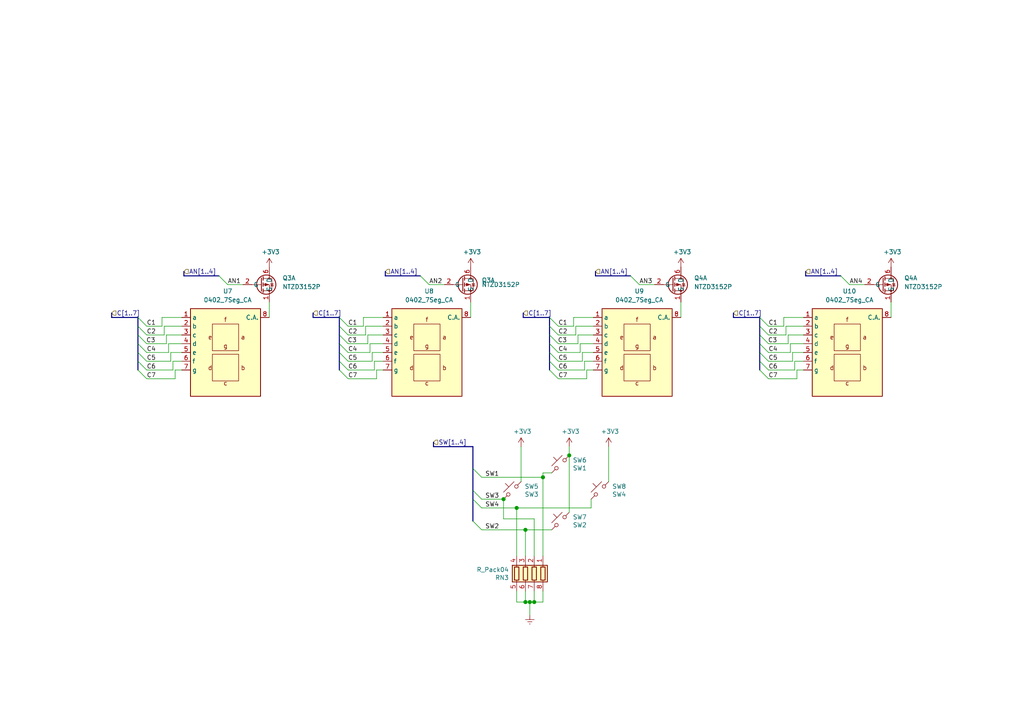
<source format=kicad_sch>
(kicad_sch (version 20200714) (host eeschema "(5.99.0-2671-gfc0a358ba)")
  (page 0 4)
  (paper "A4")
  (lib_symbols
    (symbol "Custom_LEDs:0402_7Seg_CA_1"
      (property "Reference" "U" (at 10.16 13.97 0))
      (property "Value" "0402_7Seg_CA_W_Res" (at -2.54 13.97 0))
      (symbol "0402_7Seg_CA_1_0_0"
        (text "a" (at 5.715 4.445 0) (effects (font (size 1.27 1.27))))
        (text "b" (at 5.715 -4.445 0) (effects (font (size 1.27 1.27))))
        (text "c" (at 0.635 -8.89 0) (effects (font (size 1.27 1.27))))
        (text "d" (at -3.81 -4.445 0) (effects (font (size 1.27 1.27))))
        (text "e" (at -3.81 4.445 0) (effects (font (size 1.27 1.27))))
        (text "f" (at 0.635 9.525 0) (effects (font (size 1.27 1.27))))
        (text "g" (at 0.635 1.905 0) (effects (font (size 1.27 1.27))))
      )
      (symbol "0402_7Seg_CA_1_0_1"
        (rectangle (start -9.525 12.7) (end 10.795 -12.7) (stroke (width 0.254)) (fill (type background)))
        (polyline (pts (xy -3.175 -0.508) (xy 4.445 -0.508) (xy 4.445 -8.255) (xy -3.175 -8.255) (xy -3.175 -0.508) (xy -3.175 -0.508)))
        (polyline (pts (xy -3.175 8.255) (xy 4.445 8.255) (xy 4.445 0.508) (xy -3.175 0.508) (xy -3.175 8.255) (xy -3.175 8.255)))
      )
      (symbol "0402_7Seg_CA_1_1_1"
        (pin passive line (at -12.065 0 0) (length 2.54) (name "e") (number "5"))
        (pin passive line (at -12.065 -5.08 0) (length 2.54) (name "g") (number "7"))
        (pin passive line (at -12.065 2.54 0) (length 2.54) (name "d") (number "4"))
        (pin passive line (at -12.065 5.08 0) (length 2.54) (name "c") (number "3"))
        (pin passive line (at -12.065 7.62 0) (length 2.54) (name "b") (number "2"))
        (pin passive line (at -12.065 10.16 0) (length 2.54) (name "a") (number "1"))
        (pin passive line (at 13.335 10.16 180) (length 2.54) (name "C.A.") (number "8"))
        (pin passive line (at -12.065 -2.54 0) (length 2.54) (name "f") (number "6"))
        (pin passive line (at 6.985 6.985 180) (length 2.54) hide (name "") (number "9"))
        (pin passive line (at 6.985 5.08 180) (length 2.54) hide (name "") (number "10"))
        (pin passive line (at 6.985 1.905 180) (length 2.54) hide (name "") (number "11"))
        (pin passive line (at 6.985 0 180) (length 2.54) hide (name "") (number "12"))
        (pin passive line (at 6.985 -1.905 180) (length 2.54) hide (name "") (number "13"))
        (pin passive line (at 6.985 -3.81 180) (length 2.54) hide (name "") (number "14"))
        (pin passive line (at 6.985 -6.985 180) (length 2.54) hide (name "") (number "15"))
      )
    )
    (symbol "Custom_LEDs:0402_7Seg_CA_W_Res"
      (property "Reference" "U" (at 10.16 13.97 0))
      (property "Value" "0402_7Seg_CA_W_Res" (at -2.54 13.97 0))
      (symbol "0402_7Seg_CA_W_Res_0_0"
        (text "a" (at 5.715 4.445 0) (effects (font (size 1.27 1.27))))
        (text "b" (at 5.715 -4.445 0) (effects (font (size 1.27 1.27))))
        (text "c" (at 0.635 -8.89 0) (effects (font (size 1.27 1.27))))
        (text "d" (at -3.81 -4.445 0) (effects (font (size 1.27 1.27))))
        (text "e" (at -3.81 4.445 0) (effects (font (size 1.27 1.27))))
        (text "f" (at 0.635 9.525 0) (effects (font (size 1.27 1.27))))
        (text "g" (at 0.635 1.905 0) (effects (font (size 1.27 1.27))))
      )
      (symbol "0402_7Seg_CA_W_Res_0_1"
        (rectangle (start -9.525 12.7) (end 10.795 -12.7) (stroke (width 0.254)) (fill (type background)))
        (polyline (pts (xy -3.175 -0.508) (xy 4.445 -0.508) (xy 4.445 -8.255) (xy -3.175 -8.255) (xy -3.175 -0.508) (xy -3.175 -0.508)))
        (polyline (pts (xy -3.175 8.255) (xy 4.445 8.255) (xy 4.445 0.508) (xy -3.175 0.508) (xy -3.175 8.255) (xy -3.175 8.255)))
      )
      (symbol "0402_7Seg_CA_W_Res_1_1"
        (pin passive line (at -12.065 0 0) (length 2.54) (name "e") (number "5"))
        (pin passive line (at -12.065 -5.08 0) (length 2.54) (name "g") (number "7"))
        (pin passive line (at -12.065 2.54 0) (length 2.54) (name "d") (number "4"))
        (pin passive line (at -12.065 5.08 0) (length 2.54) (name "c") (number "3"))
        (pin passive line (at -12.065 7.62 0) (length 2.54) (name "b") (number "2"))
        (pin passive line (at -12.065 10.16 0) (length 2.54) (name "a") (number "1"))
        (pin passive line (at 13.335 10.16 180) (length 2.54) (name "C.A.") (number "8"))
        (pin passive line (at -12.065 -2.54 0) (length 2.54) (name "f") (number "6"))
        (pin passive line (at 6.985 6.985 180) (length 2.54) hide (name "") (number "9"))
        (pin passive line (at 6.985 5.08 180) (length 2.54) hide (name "") (number "10"))
        (pin passive line (at 6.985 1.905 180) (length 2.54) hide (name "") (number "11"))
        (pin passive line (at 6.985 0 180) (length 2.54) hide (name "") (number "12"))
        (pin passive line (at 6.985 -1.905 180) (length 2.54) hide (name "") (number "13"))
        (pin passive line (at 6.985 -3.81 180) (length 2.54) hide (name "") (number "14"))
        (pin passive line (at 6.985 -6.985 180) (length 2.54) hide (name "") (number "15"))
      )
    )
    (symbol "Custom_Transistors:NTZD3152P"
      (property "Reference" "Q" (at 3.175 0.635 0))
      (property "Value" "NTZD3152P" (at 6.35 3.175 0))
      (symbol "NTZD3152P_0_1"
        (circle (center -0.889 0) (radius 2.794) (stroke (width 0.254)))
        (circle (center 0 -1.778) (radius 0.254) (fill (type outline)))
        (circle (center 0 1.778) (radius 0.254) (fill (type outline)))
        (polyline (pts (xy -2.286 0) (xy -5.08 0)))
        (polyline (pts (xy -2.286 1.905) (xy -2.286 -1.905)) (stroke (width 0.254)))
        (polyline (pts (xy -1.778 -1.27) (xy -1.778 -2.286)) (stroke (width 0.254)))
        (polyline (pts (xy -1.778 0.508) (xy -1.778 -0.508)) (stroke (width 0.254)))
        (polyline (pts (xy -1.778 2.286) (xy -1.778 1.27)) (stroke (width 0.254)))
        (polyline (pts (xy 0 2.54) (xy 0 1.778)))
        (polyline (pts (xy 0 -2.54) (xy 0 0) (xy -1.778 0)))
        (polyline (pts (xy -1.778 1.778) (xy 0.762 1.778) (xy 0.762 -1.778) (xy -1.778 -1.778)))
        (polyline (pts (xy -0.254 0) (xy -1.27 0.381) (xy -1.27 -0.381) (xy -0.254 0)) (fill (type outline)))
        (polyline (pts (xy 0.254 -0.508) (xy 0.381 -0.381) (xy 1.143 -0.381) (xy 1.27 -0.254)))
        (polyline (pts (xy 0.762 -0.381) (xy 0.381 0.254) (xy 1.143 0.254) (xy 0.762 -0.381)))
      )
      (symbol "NTZD3152P_1_1"
        (pin passive line (at 0 5.08 270) (length 2.54) (name "D") (number "6"))
        (pin input line (at -7.62 0 0) (length 2.54) (name "G") (number "2"))
        (pin passive line (at 0 -5.08 90) (length 2.54) (name "S") (number "1"))
      )
      (symbol "NTZD3152P_2_1"
        (pin passive line (at -7.62 0 0) (length 2.54) (name "G") (number "5"))
        (pin passive line (at 0 -5.08 90) (length 2.54) (name "S") (number "4"))
        (pin passive line (at 0 5.08 270) (length 2.54) (name "D") (number "3"))
      )
    )
    (symbol "Device:R_Pack04_1" (pin_names (offset 0) hide)
      (property "Reference" "RN" (at -7.62 0 90))
      (property "Value" "R_Pack04" (at 5.08 0 90))
      (symbol "R_Pack04_1_0_1"
        (rectangle (start -3.175 1.905) (end -1.905 -1.905) (stroke (width 0.254)))
        (rectangle (start -5.715 1.905) (end -4.445 -1.905) (stroke (width 0.254)))
        (rectangle (start -0.635 1.905) (end 0.635 -1.905) (stroke (width 0.254)))
        (rectangle (start -6.35 -2.413) (end 3.81 2.413) (stroke (width 0.254)) (fill (type background)))
        (rectangle (start 1.905 1.905) (end 3.175 -1.905) (stroke (width 0.254)))
        (polyline (pts (xy -2.54 -2.54) (xy -2.54 -1.905)))
        (polyline (pts (xy -2.54 1.905) (xy -2.54 2.54)))
        (polyline (pts (xy -5.08 -2.54) (xy -5.08 -1.905)))
        (polyline (pts (xy -5.08 1.905) (xy -5.08 2.54)))
        (polyline (pts (xy 0 -2.54) (xy 0 -1.905)))
        (polyline (pts (xy 0 1.905) (xy 0 2.54)))
        (polyline (pts (xy 2.54 -2.54) (xy 2.54 -1.905)))
        (polyline (pts (xy 2.54 1.905) (xy 2.54 2.54)))
      )
      (symbol "R_Pack04_1_1_1"
        (pin passive line (at -5.08 -5.08 90) (length 2.54) (name "R1.1") (number "1"))
        (pin passive line (at -5.08 5.08 270) (length 2.54) (name "R1.2") (number "8"))
        (pin passive line (at -2.54 -5.08 90) (length 2.54) (name "R2.1") (number "2"))
        (pin passive line (at -2.54 5.08 270) (length 2.54) (name "R2.2") (number "7"))
        (pin passive line (at 0 -5.08 90) (length 2.54) (name "R3.1") (number "3"))
        (pin passive line (at 0 5.08 270) (length 2.54) (name "R3.2") (number "6"))
        (pin passive line (at 2.54 -5.08 90) (length 2.54) (name "R4.1") (number "4"))
        (pin passive line (at 2.54 5.08 270) (length 2.54) (name "R4.2") (number "5"))
      )
    )
    (symbol "Switch:SW_Push_45deg" (pin_numbers hide) (pin_names hide)
      (property "Reference" "SW" (at 3.048 1.016 0))
      (property "Value" "SW_Push_45deg" (at 0 -3.81 0))
      (symbol "SW_Push_45deg_0_1"
        (circle (center -1.1684 1.1684) (radius 0.508))
        (circle (center 1.143 -1.1938) (radius 0.508))
        (polyline (pts (xy -0.508 2.54) (xy 2.54 -0.508)))
        (polyline (pts (xy 1.016 1.016) (xy 2.032 2.032)))
        (polyline (pts (xy -2.54 2.54) (xy -1.524 1.524) (xy -1.524 1.524)))
        (polyline (pts (xy 1.524 -1.524) (xy 2.54 -2.54) (xy 2.54 -2.54) (xy 2.54 -2.54)))
        (pin passive line (at -2.54 2.54 0) (length 0) (name "1") (number "1"))
        (pin passive line (at 2.54 -2.54 180) (length 0) (name "2") (number "2"))
      )
    )
    (symbol "power:+3V3" (power) (pin_names (offset 0))
      (property "Value" "+3V3" (at 0 3.556 0))
      (symbol "+3V3_0_1"
        (polyline (pts (xy -0.762 1.27) (xy 0 2.54)))
        (polyline (pts (xy 0 0) (xy 0 2.54)))
        (polyline (pts (xy 0 2.54) (xy 0.762 1.27)))
      )
      (symbol "+3V3_1_1"
        (pin power_in line (at 0 0 90) (length 0) hide (name "+3V3") (number "1"))
      )
    )
    (symbol "power:GNDREF" (power) (pin_names (offset 0))
      (property "Value" "GNDREF" (at 0 -3.81 0))
      (symbol "GNDREF_0_1"
        (polyline (pts (xy -0.635 -1.905) (xy 0.635 -1.905)))
        (polyline (pts (xy -0.127 -2.54) (xy 0.127 -2.54)))
        (polyline (pts (xy 0 -1.27) (xy 0 0)))
        (polyline (pts (xy 1.27 -1.27) (xy -1.27 -1.27)))
      )
      (symbol "GNDREF_1_1"
        (pin power_in line (at 0 0 270) (length 0) hide (name "GNDREF") (number "1"))
      )
    )
  )
  (junction (at 146.05 144.78) (diameter 1.016))
  (junction (at 149.86 147.32) (diameter 1.016))
  (junction (at 152.4 153.67) (diameter 1.016))
  (junction (at 152.4 174.625) (diameter 1.016))
  (junction (at 153.67 174.625) (diameter 1.016))
  (junction (at 154.94 174.625) (diameter 1.016))
  (junction (at 157.48 138.43) (diameter 1.016))
  (junction (at 165.1 132.08) (diameter 1.016))
  (bus_entry (at 40.005 92.075) (size 2.54 2.54) (stroke (width 0.1524)))
  (bus_entry (at 40.005 94.615) (size 2.54 2.54) (stroke (width 0.1524)))
  (bus_entry (at 40.005 97.155) (size 2.54 2.54) (stroke (width 0.1524)))
  (bus_entry (at 40.005 99.695) (size 2.54 2.54) (stroke (width 0.1524)))
  (bus_entry (at 40.005 102.235) (size 2.54 2.54) (stroke (width 0.1524)))
  (bus_entry (at 40.005 104.775) (size 2.54 2.54) (stroke (width 0.1524)))
  (bus_entry (at 40.005 107.315) (size 2.54 2.54) (stroke (width 0.1524)))
  (bus_entry (at 63.5 80.01) (size 2.54 2.54) (stroke (width 0.1524)))
  (bus_entry (at 98.425 92.075) (size 2.54 2.54) (stroke (width 0.1524)))
  (bus_entry (at 98.425 94.615) (size 2.54 2.54) (stroke (width 0.1524)))
  (bus_entry (at 98.425 97.155) (size 2.54 2.54) (stroke (width 0.1524)))
  (bus_entry (at 98.425 99.695) (size 2.54 2.54) (stroke (width 0.1524)))
  (bus_entry (at 98.425 102.235) (size 2.54 2.54) (stroke (width 0.1524)))
  (bus_entry (at 98.425 104.775) (size 2.54 2.54) (stroke (width 0.1524)))
  (bus_entry (at 98.425 107.315) (size 2.54 2.54) (stroke (width 0.1524)))
  (bus_entry (at 121.92 80.01) (size 2.54 2.54) (stroke (width 0.1524)))
  (bus_entry (at 137.16 135.89) (size 2.54 2.54) (stroke (width 0.1524)))
  (bus_entry (at 137.16 142.24) (size 2.54 2.54) (stroke (width 0.1524)))
  (bus_entry (at 137.16 144.78) (size 2.54 2.54) (stroke (width 0.1524)))
  (bus_entry (at 137.16 151.13) (size 2.54 2.54) (stroke (width 0.1524)))
  (bus_entry (at 159.385 92.075) (size 2.54 2.54) (stroke (width 0.1524)))
  (bus_entry (at 159.385 94.615) (size 2.54 2.54) (stroke (width 0.1524)))
  (bus_entry (at 159.385 97.155) (size 2.54 2.54) (stroke (width 0.1524)))
  (bus_entry (at 159.385 99.695) (size 2.54 2.54) (stroke (width 0.1524)))
  (bus_entry (at 159.385 102.235) (size 2.54 2.54) (stroke (width 0.1524)))
  (bus_entry (at 159.385 104.775) (size 2.54 2.54) (stroke (width 0.1524)))
  (bus_entry (at 159.385 107.315) (size 2.54 2.54) (stroke (width 0.1524)))
  (bus_entry (at 182.88 80.01) (size 2.54 2.54) (stroke (width 0.1524)))
  (bus_entry (at 220.345 92.075) (size 2.54 2.54) (stroke (width 0.1524)))
  (bus_entry (at 220.345 94.615) (size 2.54 2.54) (stroke (width 0.1524)))
  (bus_entry (at 220.345 97.155) (size 2.54 2.54) (stroke (width 0.1524)))
  (bus_entry (at 220.345 99.695) (size 2.54 2.54) (stroke (width 0.1524)))
  (bus_entry (at 220.345 102.235) (size 2.54 2.54) (stroke (width 0.1524)))
  (bus_entry (at 220.345 104.775) (size 2.54 2.54) (stroke (width 0.1524)))
  (bus_entry (at 220.345 107.315) (size 2.54 2.54) (stroke (width 0.1524)))
  (bus_entry (at 243.84 80.01) (size 2.54 2.54) (stroke (width 0.1524)))
  (wire (pts (xy 42.545 94.615) (xy 46.99 94.615)))
  (wire (pts (xy 42.545 97.155) (xy 47.625 97.155)))
  (wire (pts (xy 42.545 99.695) (xy 48.26 99.695)))
  (wire (pts (xy 42.545 102.235) (xy 48.895 102.235)))
  (wire (pts (xy 42.545 104.775) (xy 49.53 104.775)))
  (wire (pts (xy 42.545 107.315) (xy 50.165 107.315)))
  (wire (pts (xy 42.545 109.855) (xy 50.8 109.855)))
  (wire (pts (xy 46.99 92.075) (xy 52.705 92.075)))
  (wire (pts (xy 46.99 94.615) (xy 46.99 92.075)))
  (wire (pts (xy 47.625 94.615) (xy 52.705 94.615)))
  (wire (pts (xy 47.625 97.155) (xy 47.625 94.615)))
  (wire (pts (xy 48.26 97.155) (xy 52.705 97.155)))
  (wire (pts (xy 48.26 99.695) (xy 48.26 97.155)))
  (wire (pts (xy 48.895 99.695) (xy 52.705 99.695)))
  (wire (pts (xy 48.895 102.235) (xy 48.895 99.695)))
  (wire (pts (xy 49.53 102.235) (xy 52.705 102.235)))
  (wire (pts (xy 49.53 104.775) (xy 49.53 102.235)))
  (wire (pts (xy 50.165 104.775) (xy 52.705 104.775)))
  (wire (pts (xy 50.165 107.315) (xy 50.165 104.775)))
  (wire (pts (xy 50.8 107.315) (xy 52.705 107.315)))
  (wire (pts (xy 50.8 109.855) (xy 50.8 107.315)))
  (wire (pts (xy 70.485 82.55) (xy 66.04 82.55)))
  (wire (pts (xy 78.105 87.63) (xy 78.105 92.075)))
  (wire (pts (xy 100.965 94.615) (xy 105.41 94.615)))
  (wire (pts (xy 100.965 97.155) (xy 106.045 97.155)))
  (wire (pts (xy 100.965 99.695) (xy 106.68 99.695)))
  (wire (pts (xy 100.965 102.235) (xy 107.315 102.235)))
  (wire (pts (xy 100.965 104.775) (xy 107.95 104.775)))
  (wire (pts (xy 100.965 107.315) (xy 108.585 107.315)))
  (wire (pts (xy 100.965 109.855) (xy 109.22 109.855)))
  (wire (pts (xy 105.41 92.075) (xy 111.125 92.075)))
  (wire (pts (xy 105.41 94.615) (xy 105.41 92.075)))
  (wire (pts (xy 106.045 94.615) (xy 111.125 94.615)))
  (wire (pts (xy 106.045 97.155) (xy 106.045 94.615)))
  (wire (pts (xy 106.68 97.155) (xy 111.125 97.155)))
  (wire (pts (xy 106.68 99.695) (xy 106.68 97.155)))
  (wire (pts (xy 107.315 99.695) (xy 111.125 99.695)))
  (wire (pts (xy 107.315 102.235) (xy 107.315 99.695)))
  (wire (pts (xy 107.95 102.235) (xy 111.125 102.235)))
  (wire (pts (xy 107.95 104.775) (xy 107.95 102.235)))
  (wire (pts (xy 108.585 104.775) (xy 111.125 104.775)))
  (wire (pts (xy 108.585 107.315) (xy 108.585 104.775)))
  (wire (pts (xy 109.22 107.315) (xy 111.125 107.315)))
  (wire (pts (xy 109.22 109.855) (xy 109.22 107.315)))
  (wire (pts (xy 124.46 82.55) (xy 128.905 82.55)))
  (wire (pts (xy 136.525 87.63) (xy 136.525 92.075)))
  (wire (pts (xy 139.7 138.43) (xy 157.48 138.43)))
  (wire (pts (xy 139.7 144.78) (xy 146.05 144.78)))
  (wire (pts (xy 139.7 147.32) (xy 149.86 147.32)))
  (wire (pts (xy 139.7 153.67) (xy 152.4 153.67)))
  (wire (pts (xy 146.05 144.78) (xy 146.05 150.495)))
  (wire (pts (xy 146.05 150.495) (xy 154.94 150.495)))
  (wire (pts (xy 149.86 147.32) (xy 149.86 161.29)))
  (wire (pts (xy 149.86 147.32) (xy 171.45 147.32)))
  (wire (pts (xy 149.86 171.45) (xy 149.86 174.625)))
  (wire (pts (xy 149.86 174.625) (xy 152.4 174.625)))
  (wire (pts (xy 151.13 129.54) (xy 151.13 139.7)))
  (wire (pts (xy 152.4 153.67) (xy 152.4 161.29)))
  (wire (pts (xy 152.4 153.67) (xy 160.02 153.67)))
  (wire (pts (xy 152.4 171.45) (xy 152.4 174.625)))
  (wire (pts (xy 152.4 174.625) (xy 153.67 174.625)))
  (wire (pts (xy 153.67 174.625) (xy 153.67 178.435)))
  (wire (pts (xy 153.67 174.625) (xy 154.94 174.625)))
  (wire (pts (xy 154.94 150.495) (xy 154.94 161.29)))
  (wire (pts (xy 154.94 171.45) (xy 154.94 174.625)))
  (wire (pts (xy 154.94 174.625) (xy 157.48 174.625)))
  (wire (pts (xy 157.48 137.16) (xy 157.48 138.43)))
  (wire (pts (xy 157.48 137.16) (xy 160.02 137.16)))
  (wire (pts (xy 157.48 138.43) (xy 157.48 161.29)))
  (wire (pts (xy 157.48 174.625) (xy 157.48 171.45)))
  (wire (pts (xy 161.925 94.615) (xy 166.37 94.615)))
  (wire (pts (xy 161.925 97.155) (xy 167.005 97.155)))
  (wire (pts (xy 161.925 99.695) (xy 167.64 99.695)))
  (wire (pts (xy 161.925 102.235) (xy 168.275 102.235)))
  (wire (pts (xy 161.925 104.775) (xy 168.91 104.775)))
  (wire (pts (xy 161.925 107.315) (xy 169.545 107.315)))
  (wire (pts (xy 161.925 109.855) (xy 170.18 109.855)))
  (wire (pts (xy 165.1 129.54) (xy 165.1 132.08)))
  (wire (pts (xy 165.1 132.08) (xy 165.1 148.59)))
  (wire (pts (xy 166.37 92.075) (xy 172.085 92.075)))
  (wire (pts (xy 166.37 94.615) (xy 166.37 92.075)))
  (wire (pts (xy 167.005 94.615) (xy 172.085 94.615)))
  (wire (pts (xy 167.005 97.155) (xy 167.005 94.615)))
  (wire (pts (xy 167.64 97.155) (xy 172.085 97.155)))
  (wire (pts (xy 167.64 99.695) (xy 167.64 97.155)))
  (wire (pts (xy 168.275 99.695) (xy 172.085 99.695)))
  (wire (pts (xy 168.275 102.235) (xy 168.275 99.695)))
  (wire (pts (xy 168.91 102.235) (xy 172.085 102.235)))
  (wire (pts (xy 168.91 104.775) (xy 168.91 102.235)))
  (wire (pts (xy 169.545 104.775) (xy 172.085 104.775)))
  (wire (pts (xy 169.545 107.315) (xy 169.545 104.775)))
  (wire (pts (xy 170.18 107.315) (xy 172.085 107.315)))
  (wire (pts (xy 170.18 109.855) (xy 170.18 107.315)))
  (wire (pts (xy 171.45 144.78) (xy 171.45 147.32)))
  (wire (pts (xy 176.53 129.54) (xy 176.53 139.7)))
  (wire (pts (xy 189.865 82.55) (xy 185.42 82.55)))
  (wire (pts (xy 197.485 87.63) (xy 197.485 92.075)))
  (wire (pts (xy 222.885 94.615) (xy 227.33 94.615)))
  (wire (pts (xy 222.885 97.155) (xy 227.965 97.155)))
  (wire (pts (xy 222.885 99.695) (xy 228.6 99.695)))
  (wire (pts (xy 222.885 102.235) (xy 229.235 102.235)))
  (wire (pts (xy 222.885 104.775) (xy 229.87 104.775)))
  (wire (pts (xy 222.885 107.315) (xy 230.505 107.315)))
  (wire (pts (xy 222.885 109.855) (xy 231.14 109.855)))
  (wire (pts (xy 227.33 92.075) (xy 233.045 92.075)))
  (wire (pts (xy 227.33 94.615) (xy 227.33 92.075)))
  (wire (pts (xy 227.965 94.615) (xy 233.045 94.615)))
  (wire (pts (xy 227.965 97.155) (xy 227.965 94.615)))
  (wire (pts (xy 228.6 97.155) (xy 233.045 97.155)))
  (wire (pts (xy 228.6 99.695) (xy 228.6 97.155)))
  (wire (pts (xy 229.235 99.695) (xy 233.045 99.695)))
  (wire (pts (xy 229.235 102.235) (xy 229.235 99.695)))
  (wire (pts (xy 229.87 102.235) (xy 233.045 102.235)))
  (wire (pts (xy 229.87 104.775) (xy 229.87 102.235)))
  (wire (pts (xy 230.505 104.775) (xy 233.045 104.775)))
  (wire (pts (xy 230.505 107.315) (xy 230.505 104.775)))
  (wire (pts (xy 231.14 107.315) (xy 233.045 107.315)))
  (wire (pts (xy 231.14 109.855) (xy 231.14 107.315)))
  (wire (pts (xy 250.825 82.55) (xy 246.38 82.55)))
  (wire (pts (xy 258.445 87.63) (xy 258.445 92.075)))
  (bus (pts (xy 32.385 90.805) (xy 32.385 92.075)))
  (bus (pts (xy 40.005 92.075) (xy 32.385 92.075)))
  (bus (pts (xy 40.005 92.075) (xy 40.005 94.615)))
  (bus (pts (xy 40.005 94.615) (xy 40.005 97.155)))
  (bus (pts (xy 40.005 97.155) (xy 40.005 99.695)))
  (bus (pts (xy 40.005 99.695) (xy 40.005 102.235)))
  (bus (pts (xy 40.005 102.235) (xy 40.005 104.775)))
  (bus (pts (xy 40.005 104.775) (xy 40.005 107.315)))
  (bus (pts (xy 53.34 80.01) (xy 53.34 78.74)))
  (bus (pts (xy 63.5 80.01) (xy 53.34 80.01)))
  (bus (pts (xy 90.805 90.805) (xy 90.805 92.075)))
  (bus (pts (xy 98.425 92.075) (xy 90.805 92.075)))
  (bus (pts (xy 98.425 92.075) (xy 98.425 94.615)))
  (bus (pts (xy 98.425 94.615) (xy 98.425 97.155)))
  (bus (pts (xy 98.425 97.155) (xy 98.425 99.695)))
  (bus (pts (xy 98.425 99.695) (xy 98.425 102.235)))
  (bus (pts (xy 98.425 102.235) (xy 98.425 104.775)))
  (bus (pts (xy 98.425 104.775) (xy 98.425 107.315)))
  (bus (pts (xy 111.76 80.01) (xy 111.76 78.74)))
  (bus (pts (xy 121.92 80.01) (xy 111.76 80.01)))
  (bus (pts (xy 125.73 129.54) (xy 125.73 128.27)))
  (bus (pts (xy 125.73 129.54) (xy 137.16 129.54)))
  (bus (pts (xy 137.16 129.54) (xy 137.16 135.89)))
  (bus (pts (xy 137.16 135.89) (xy 137.16 142.24)))
  (bus (pts (xy 137.16 142.24) (xy 137.16 144.78)))
  (bus (pts (xy 137.16 144.78) (xy 137.16 151.13)))
  (bus (pts (xy 151.765 90.805) (xy 151.765 92.075)))
  (bus (pts (xy 159.385 92.075) (xy 151.765 92.075)))
  (bus (pts (xy 159.385 92.075) (xy 159.385 94.615)))
  (bus (pts (xy 159.385 94.615) (xy 159.385 97.155)))
  (bus (pts (xy 159.385 97.155) (xy 159.385 99.695)))
  (bus (pts (xy 159.385 99.695) (xy 159.385 102.235)))
  (bus (pts (xy 159.385 102.235) (xy 159.385 104.775)))
  (bus (pts (xy 159.385 104.775) (xy 159.385 107.315)))
  (bus (pts (xy 172.72 80.01) (xy 172.72 78.74)))
  (bus (pts (xy 182.88 80.01) (xy 172.72 80.01)))
  (bus (pts (xy 212.725 90.805) (xy 212.725 92.075)))
  (bus (pts (xy 220.345 92.075) (xy 212.725 92.075)))
  (bus (pts (xy 220.345 92.075) (xy 220.345 94.615)))
  (bus (pts (xy 220.345 94.615) (xy 220.345 97.155)))
  (bus (pts (xy 220.345 97.155) (xy 220.345 99.695)))
  (bus (pts (xy 220.345 99.695) (xy 220.345 102.235)))
  (bus (pts (xy 220.345 102.235) (xy 220.345 104.775)))
  (bus (pts (xy 220.345 104.775) (xy 220.345 107.315)))
  (bus (pts (xy 233.68 80.01) (xy 233.68 78.74)))
  (bus (pts (xy 243.84 80.01) (xy 233.68 80.01)))
  (label "C1" (at 42.545 94.615 0))
  (label "C2" (at 42.545 97.155 0))
  (label "C4" (at 42.545 102.235 0))
  (label "C5" (at 42.545 104.775 0))
  (label "C6" (at 42.545 107.315 0))
  (label "C7" (at 42.545 109.855 0))
  (label "C3" (at 45.085 99.695 180))
  (label "AN1" (at 66.04 82.55 0))
  (label "C1" (at 100.965 94.615 0))
  (label "C2" (at 100.965 97.155 0))
  (label "C4" (at 100.965 102.235 0))
  (label "C5" (at 100.965 104.775 0))
  (label "C6" (at 100.965 107.315 0))
  (label "C7" (at 100.965 109.855 0))
  (label "C3" (at 103.505 99.695 180))
  (label "AN2" (at 124.46 82.55 0))
  (label "SW1" (at 144.78 138.43 180))
  (label "SW3" (at 144.78 144.78 180))
  (label "SW4" (at 144.78 147.32 180))
  (label "SW2" (at 144.78 153.67 180))
  (label "C1" (at 161.925 94.615 0))
  (label "C2" (at 161.925 97.155 0))
  (label "C4" (at 161.925 102.235 0))
  (label "C5" (at 161.925 104.775 0))
  (label "C6" (at 161.925 107.315 0))
  (label "C7" (at 161.925 109.855 0))
  (label "C3" (at 164.465 99.695 180))
  (label "AN3" (at 185.42 82.55 0))
  (label "C1" (at 222.885 94.615 0))
  (label "C2" (at 222.885 97.155 0))
  (label "C4" (at 222.885 102.235 0))
  (label "C5" (at 222.885 104.775 0))
  (label "C6" (at 222.885 107.315 0))
  (label "C7" (at 222.885 109.855 0))
  (label "C3" (at 225.425 99.695 180))
  (label "AN4" (at 246.38 82.55 0))
  (hierarchical_label "C[1..7]" (shape input) (at 32.385 90.805 0))
  (hierarchical_label "AN[1..4]" (shape input) (at 53.34 78.74 0))
  (hierarchical_label "C[1..7]" (shape input) (at 90.805 90.805 0))
  (hierarchical_label "AN[1..4]" (shape input) (at 111.76 78.74 0))
  (hierarchical_label "SW[1..4]" (shape input) (at 125.73 128.27 0))
  (hierarchical_label "C[1..7]" (shape input) (at 151.765 90.805 0))
  (hierarchical_label "AN[1..4]" (shape input) (at 172.72 78.74 0))
  (hierarchical_label "C[1..7]" (shape input) (at 212.725 90.805 0))
  (hierarchical_label "AN[1..4]" (shape input) (at 233.68 78.74 0))
  (symbol (lib_id "power:+3V3") (at 78.105 77.47 0)
    (property "Reference" "#PWR0114" (effects hide))
    (property "Value" "+3V3" (at 78.486 73.0758 0))
  )
  (symbol (lib_id "power:+3V3") (at 136.525 77.47 0)
    (property "Reference" "#PWR0112" (effects hide))
    (property "Value" "+3V3" (at 136.906 73.0758 0))
  )
  (symbol (lib_id "power:+3V3") (at 151.13 129.54 0)
    (property "Reference" "#PWR0119" (effects hide))
    (property "Value" "+3V3" (at 151.511 125.1458 0))
  )
  (symbol (lib_id "power:+3V3") (at 165.1 129.54 0)
    (property "Reference" "#PWR0117" (effects hide))
    (property "Value" "+3V3" (at 165.481 125.1458 0))
  )
  (symbol (lib_id "power:+3V3") (at 176.53 129.54 0)
    (property "Reference" "#PWR0118" (effects hide))
    (property "Value" "+3V3" (at 176.911 125.1458 0))
  )
  (symbol (lib_id "power:+3V3") (at 197.485 77.47 0)
    (property "Reference" "#PWR0115" (effects hide))
    (property "Value" "+3V3" (at 197.866 73.0758 0))
  )
  (symbol (lib_id "power:+3V3") (at 258.445 77.47 0)
    (property "Reference" "#PWR0116" (effects hide))
    (property "Value" "+3V3" (at 258.826 73.0758 0))
  )
  (symbol (lib_id "power:GNDREF") (at 153.67 178.435 0)
    (property "Reference" "#PWR0113" (effects hide))
    (property "Value" "GNDREF" (effects hide))
  )
  (symbol (lib_id "Switch:SW_Push_45deg") (at 148.59 142.24 90)
    (property "Reference" "SW5" (at 152.1461 141.0906 90) (effects (justify right)))
    (property "Value" "SW3" (at 152.146 143.389 90) (effects (justify right)))
    (property "Footprint" "Custom_Buttons:Korean Hroparts Elec K2-1177SR" (effects hide))
  )
  (symbol (lib_id "Switch:SW_Push_45deg") (at 162.56 134.62 90)
    (property "Reference" "SW6" (at 166.1161 133.4706 90) (effects (justify right)))
    (property "Value" "SW1" (at 166.116 135.769 90) (effects (justify right)))
    (property "Footprint" "Custom_Buttons:Korean Hroparts Elec K2-1177SR" (effects hide))
  )
  (symbol (lib_id "Switch:SW_Push_45deg") (at 162.56 151.13 90)
    (property "Reference" "SW7" (at 166.1161 149.9806 90) (effects (justify right)))
    (property "Value" "SW2" (at 166.116 152.279 90) (effects (justify right)))
    (property "Footprint" "Custom_Buttons:Korean Hroparts Elec K2-1177SR" (effects hide))
  )
  (symbol (lib_id "Switch:SW_Push_45deg") (at 173.99 142.24 90)
    (property "Reference" "SW8" (at 177.5461 141.0906 90) (effects (justify right)))
    (property "Value" "SW4" (at 177.546 143.389 90) (effects (justify right)))
    (property "Footprint" "Custom_Buttons:Korean Hroparts Elec K2-1177SR" (effects hide))
  )
  (symbol (lib_id "Custom_Transistors:NTZD3152P") (at 78.105 82.55 0)
    (property "Reference" "Q3" (at 81.915 80.645 0) (effects (justify left)))
    (property "Value" "NTZD3152P" (at 81.915 83.185 0) (effects (justify left)))
    (property "Footprint" "Package_TO_SOT_SMD:SOT-563" (effects hide))
    (property "Datasheet" "https://datasheet.lcsc.com/szlcsc/1905211505_ON-Semicon-ON-NTZD3152PT1G_C393372.pdf" (effects hide))
  )
  (symbol (lib_id "Custom_Transistors:NTZD3152P") (at 136.525 82.55 0)
    (property "Reference" "Q3" (at 139.7 81.28 0) (effects (justify left)))
    (property "Value" "NTZD3152P" (at 139.7 82.55 0) (effects (justify left)))
    (property "Footprint" "Package_TO_SOT_SMD:SOT-563" (effects hide))
    (property "Datasheet" "https://datasheet.lcsc.com/szlcsc/1905211505_ON-Semicon-ON-NTZD3152PT1G_C393372.pdf" (effects hide))
  )
  (symbol (lib_id "Custom_Transistors:NTZD3152P") (at 197.485 82.55 0)
    (property "Reference" "Q4" (at 201.295 80.645 0) (effects (justify left)))
    (property "Value" "NTZD3152P" (at 201.295 83.185 0) (effects (justify left)))
    (property "Footprint" "Package_TO_SOT_SMD:SOT-563" (effects hide))
    (property "Datasheet" "https://datasheet.lcsc.com/szlcsc/1905211505_ON-Semicon-ON-NTZD3152PT1G_C393372.pdf" (effects hide))
  )
  (symbol (lib_id "Custom_Transistors:NTZD3152P") (at 258.445 82.55 0)
    (property "Reference" "Q4" (at 262.255 80.645 0) (effects (justify left)))
    (property "Value" "NTZD3152P" (at 262.255 83.185 0) (effects (justify left)))
    (property "Footprint" "Package_TO_SOT_SMD:SOT-563" (effects hide))
    (property "Datasheet" "https://datasheet.lcsc.com/szlcsc/1905211505_ON-Semicon-ON-NTZD3152PT1G_C393372.pdf" (effects hide))
  )
  (symbol (lib_name "Device:R_Pack04_1") (lib_id "Device:R_Pack04") (at 152.4 166.37 180)
    (property "Reference" "RN3" (at 147.6248 167.5384 0) (effects (justify left)))
    (property "Value" "R_Pack04" (at 147.6248 165.227 0) (effects (justify left)))
    (property "Footprint" "Resistor_SMD:R_Array_Convex_4x0603" (effects hide))
  )
  (symbol (lib_id "Custom_LEDs:0402_7Seg_CA_W_Res") (at 64.77 102.235 0)
    (property "Reference" "U7" (at 66.04 84.455 0))
    (property "Value" "0402_7Seg_CA" (at 66.04 86.995 0))
    (property "Footprint" "Custom_LEDs:0402_7Seg_CA_W_Res" (effects hide))
  )
  (symbol (lib_id "Custom_LEDs:0402_7Seg_CA_W_Res") (at 123.19 102.235 0)
    (property "Reference" "U8" (at 124.46 84.455 0))
    (property "Value" "0402_7Seg_CA" (at 124.46 86.995 0))
    (property "Footprint" "Custom_LEDs:0402_7Seg_CA_W_Res" (effects hide))
  )
  (symbol (lib_name "Custom_LEDs:0402_7Seg_CA_1") (lib_id "Custom_LEDs:0402_7Seg_CA_W_Res") (at 184.15 102.235 0)
    (property "Reference" "U9" (at 185.42 84.455 0))
    (property "Value" "0402_7Seg_CA" (at 185.42 86.995 0))
    (property "Footprint" "Custom_LEDs:0402_7Seg_CA_W_Res" (effects hide))
  )
  (symbol (lib_id "Custom_LEDs:0402_7Seg_CA_W_Res") (at 245.11 102.235 0)
    (property "Reference" "U10" (at 246.38 84.455 0))
    (property "Value" "0402_7Seg_CA" (at 246.38 86.995 0))
    (property "Footprint" "Custom_LEDs:0402_7Seg_CA_W_Res" (effects hide))
  )
)
</source>
